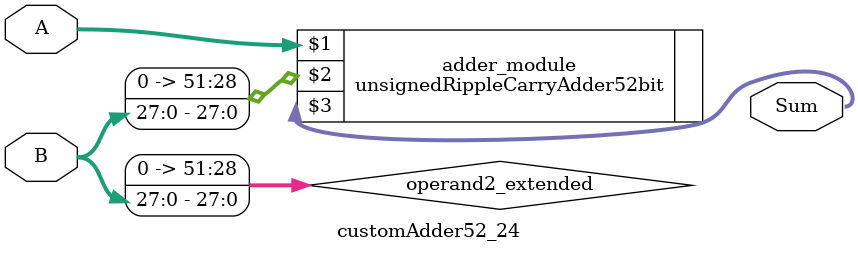
<source format=v>
module customAdder52_24(
                        input [51 : 0] A,
                        input [27 : 0] B,
                        
                        output [52 : 0] Sum
                );

        wire [51 : 0] operand2_extended;
        
        assign operand2_extended =  {24'b0, B};
        
        unsignedRippleCarryAdder52bit adder_module(
            A,
            operand2_extended,
            Sum
        );
        
        endmodule
        
</source>
